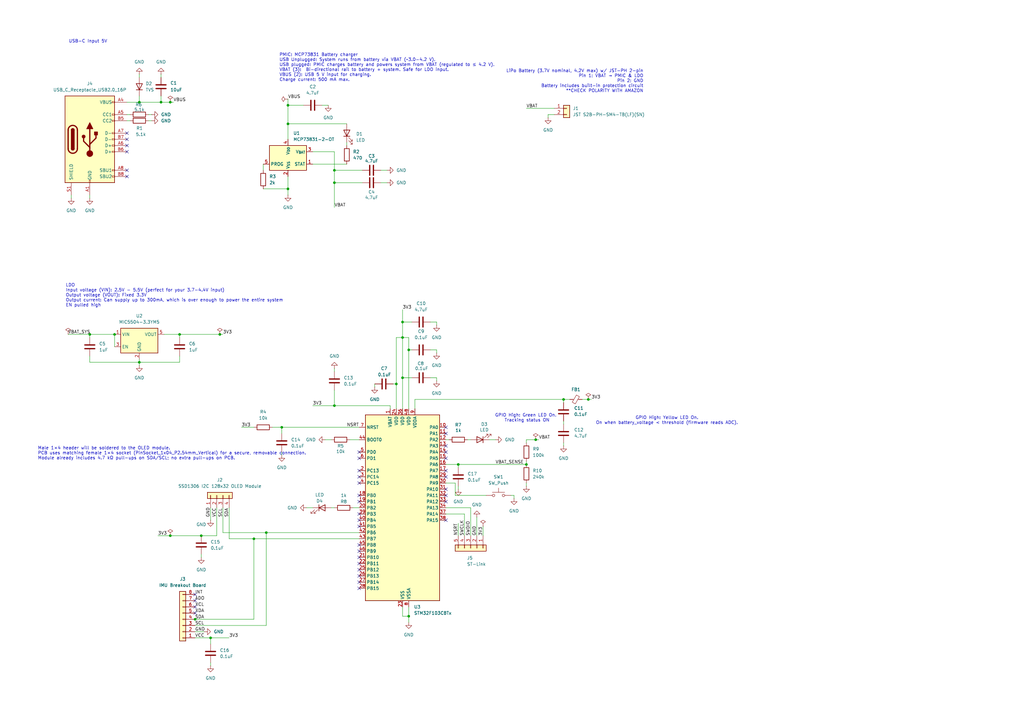
<source format=kicad_sch>
(kicad_sch (version 20250114) (generator "eeschema") (generator_version "9.0")
  (paper "A3")
  (lib_symbols
    (symbol "Battery_Management:MCP73831-2-OT"
      (property "Reference" "U" (at -7.62 6.35 0))
      (property "Value" "MCP73831-2-OT" (at 1.27 6.35 0))
      (symbol "MCP73831-2-OT_1_1"
        (pin input line (at -10.16 -2.54 0) (length 2.54) (name "PROG") (number "5"))
        (pin power_in line (at 0 7.62 270) (length 2.54) (name "V_{DD}") (number "4"))
        (pin power_in line (at 0 -7.62 90) (length 2.54) (name "V_{SS}") (number "2"))
        (pin power_out line (at 10.16 2.54 180) (length 2.54) (name "V_{BAT}") (number "3"))
        (pin tri_state line (at 10.16 -2.54 180) (length 2.54) (name "STAT") (number "1"))
      )
    )
    (symbol "Connector:USB_C_Receptacle_USB2.0_16P" (pin_names (offset 1.016))
      (property "Reference" "J" (at 0 22.225 0))
      (property "Value" "USB_C_Receptacle_USB2.0_16P" (at 0 19.685 0))
      (symbol "USB_C_Receptacle_USB2.0_16P_1_1"
        (pin passive line (at -7.62 -22.86 90) (length 5.08) (name "SHIELD") (number "S1"))
        (pin passive line (at 0 -22.86 90) (length 5.08) (name "GND") (number "A1"))
        (pin passive line (at 0 -22.86 90) (length 5.08) (hide yes) (name "GND") (number "A12"))
        (pin passive line (at 0 -22.86 90) (length 5.08) (hide yes) (name "GND") (number "B1"))
        (pin passive line (at 0 -22.86 90) (length 5.08) (hide yes) (name "GND") (number "B12"))
        (pin passive line (at 15.24 15.24 180) (length 5.08) (name "VBUS") (number "A4"))
        (pin passive line (at 15.24 15.24 180) (length 5.08) (hide yes) (name "VBUS") (number "A9"))
        (pin passive line (at 15.24 15.24 180) (length 5.08) (hide yes) (name "VBUS") (number "B4"))
        (pin passive line (at 15.24 15.24 180) (length 5.08) (hide yes) (name "VBUS") (number "B9"))
        (pin bidirectional line (at 15.24 10.16 180) (length 5.08) (name "CC1") (number "A5"))
        (pin bidirectional line (at 15.24 7.62 180) (length 5.08) (name "CC2") (number "B5"))
        (pin bidirectional line (at 15.24 2.54 180) (length 5.08) (name "D-") (number "A7"))
        (pin bidirectional line (at 15.24 0 180) (length 5.08) (name "D-") (number "B7"))
        (pin bidirectional line (at 15.24 -2.54 180) (length 5.08) (name "D+") (number "A6"))
        (pin bidirectional line (at 15.24 -5.08 180) (length 5.08) (name "D+") (number "B6"))
        (pin bidirectional line (at 15.24 -12.7 180) (length 5.08) (name "SBU1") (number "A8"))
        (pin bidirectional line (at 15.24 -15.24 180) (length 5.08) (name "SBU2") (number "B8"))
      )
    )
    (symbol "Connector_Generic:Conn_01x02" (pin_names (offset 1.016) (hide yes))
      (property "Reference" "J" (at 0 2.54 0))
      (property "Value" "Conn_01x02" (at 0 -5.08 0))
      (symbol "Conn_01x02_1_1"
        (pin passive line (at -5.08 0 0) (length 3.81) (name "Pin_1") (number "1"))
        (pin passive line (at -5.08 -2.54 0) (length 3.81) (name "Pin_2") (number "2"))
      )
    )
    (symbol "Connector_Generic:Conn_01x04" (pin_names (offset 1.016) (hide yes))
      (property "Reference" "J" (at 0 5.08 0))
      (property "Value" "Conn_01x04" (at 0 -7.62 0))
      (symbol "Conn_01x04_1_1"
        (pin passive line (at -5.08 2.54 0) (length 3.81) (name "Pin_1") (number "1"))
        (pin passive line (at -5.08 0 0) (length 3.81) (name "Pin_2") (number "2"))
        (pin passive line (at -5.08 -2.54 0) (length 3.81) (name "Pin_3") (number "3"))
        (pin passive line (at -5.08 -5.08 0) (length 3.81) (name "Pin_4") (number "4"))
      )
    )
    (symbol "Connector_Generic:Conn_01x05" (pin_names (offset 1.016) (hide yes))
      (property "Reference" "J" (at 0 7.62 0))
      (property "Value" "Conn_01x05" (at 0 -7.62 0))
      (symbol "Conn_01x05_1_1"
        (pin passive line (at -5.08 5.08 0) (length 3.81) (name "Pin_1") (number "1"))
        (pin passive line (at -5.08 2.54 0) (length 3.81) (name "Pin_2") (number "2"))
        (pin passive line (at -5.08 0 0) (length 3.81) (name "Pin_3") (number "3"))
        (pin passive line (at -5.08 -2.54 0) (length 3.81) (name "Pin_4") (number "4"))
        (pin passive line (at -5.08 -5.08 0) (length 3.81) (name "Pin_5") (number "5"))
      )
    )
    (symbol "Connector_Generic:Conn_01x08" (pin_names (offset 1.016) (hide yes))
      (property "Reference" "J" (at 0 10.16 0))
      (property "Value" "Conn_01x08" (at 0 -12.7 0))
      (symbol "Conn_01x08_1_1"
        (pin passive line (at -5.08 7.62 0) (length 3.81) (name "Pin_1") (number "1"))
        (pin passive line (at -5.08 5.08 0) (length 3.81) (name "Pin_2") (number "2"))
        (pin passive line (at -5.08 2.54 0) (length 3.81) (name "Pin_3") (number "3"))
        (pin passive line (at -5.08 0 0) (length 3.81) (name "Pin_4") (number "4"))
        (pin passive line (at -5.08 -2.54 0) (length 3.81) (name "Pin_5") (number "5"))
        (pin passive line (at -5.08 -5.08 0) (length 3.81) (name "Pin_6") (number "6"))
        (pin passive line (at -5.08 -7.62 0) (length 3.81) (name "Pin_7") (number "7"))
        (pin passive line (at -5.08 -10.16 0) (length 3.81) (name "Pin_8") (number "8"))
      )
    )
    (symbol "Device:C" (pin_numbers (hide yes)) (pin_names (offset 0.254))
      (property "Reference" "C" (at 0.635 2.54 0))
      (property "Value" "C" (at 0.635 -2.54 0))
      (symbol "C_1_1"
        (pin passive line (at 0 3.81 270) (length 2.794) (name "~") (number "1"))
        (pin passive line (at 0 -3.81 90) (length 2.794) (name "~") (number "2"))
      )
    )
    (symbol "Device:D" (pin_numbers (hide yes)) (pin_names (offset 1.016) (hide yes))
      (property "Reference" "D" (at 0 2.54 0))
      (property "Value" "D" (at 0 -2.54 0))
      (symbol "D_1_1"
        (pin passive line (at -3.81 0 0) (length 2.54) (name "K") (number "1"))
        (pin passive line (at 3.81 0 180) (length 2.54) (name "A") (number "2"))
      )
    )
    (symbol "Device:FerriteBead_Small" (pin_numbers (hide yes)) (pin_names (offset 0))
      (property "Reference" "FB" (at 1.905 1.27 0))
      (property "Value" "FerriteBead_Small" (at 1.905 -1.27 0))
      (symbol "FerriteBead_Small_1_1"
        (pin passive line (at 0 2.54 270) (length 1.27) (name "~") (number "1"))
        (pin passive line (at 0 -2.54 90) (length 1.27) (name "~") (number "2"))
      )
    )
    (symbol "Device:LED" (pin_numbers (hide yes)) (pin_names (offset 1.016) (hide yes))
      (property "Reference" "D" (at 0 2.54 0))
      (property "Value" "LED" (at 0 -2.54 0))
      (symbol "LED_1_1"
        (pin passive line (at -3.81 0 0) (length 2.54) (name "K") (number "1"))
        (pin passive line (at 3.81 0 180) (length 2.54) (name "A") (number "2"))
      )
    )
    (symbol "Device:R" (pin_numbers (hide yes)) (pin_names (offset 0))
      (property "Reference" "R" (at 2.032 0 90))
      (property "Value" "R" (at 0 0 90))
      (symbol "R_1_1"
        (pin passive line (at 0 3.81 270) (length 1.27) (name "~") (number "1"))
        (pin passive line (at 0 -3.81 90) (length 1.27) (name "~") (number "2"))
      )
    )
    (symbol "MCU_ST_STM32F1:STM32F103C8Tx"
      (property "Reference" "U" (at -15.24 39.37 0))
      (property "Value" "STM32F103C8Tx" (at 7.62 39.37 0))
      (symbol "STM32F103C8Tx_1_1"
        (pin input line (at -17.78 33.02 0) (length 2.54) (name "NRST") (number "7"))
        (pin input line (at -17.78 27.94 0) (length 2.54) (name "BOOT0") (number "44"))
        (pin bidirectional line (at -17.78 22.86 0) (length 2.54) (name "PD0") (number "5"))
        (pin bidirectional line (at -17.78 20.32 0) (length 2.54) (name "PD1") (number "6"))
        (pin bidirectional line (at -17.78 15.24 0) (length 2.54) (name "PC13") (number "2"))
        (pin bidirectional line (at -17.78 12.7 0) (length 2.54) (name "PC14") (number "3"))
        (pin bidirectional line (at -17.78 10.16 0) (length 2.54) (name "PC15") (number "4"))
        (pin bidirectional line (at -17.78 5.08 0) (length 2.54) (name "PB0") (number "18"))
        (pin bidirectional line (at -17.78 2.54 0) (length 2.54) (name "PB1") (number "19"))
        (pin bidirectional line (at -17.78 0 0) (length 2.54) (name "PB2") (number "20"))
        (pin bidirectional line (at -17.78 -2.54 0) (length 2.54) (name "PB3") (number "39"))
        (pin bidirectional line (at -17.78 -5.08 0) (length 2.54) (name "PB4") (number "40"))
        (pin bidirectional line (at -17.78 -7.62 0) (length 2.54) (name "PB5") (number "41"))
        (pin bidirectional line (at -17.78 -10.16 0) (length 2.54) (name "PB6") (number "42"))
        (pin bidirectional line (at -17.78 -12.7 0) (length 2.54) (name "PB7") (number "43"))
        (pin bidirectional line (at -17.78 -15.24 0) (length 2.54) (name "PB8") (number "45"))
        (pin bidirectional line (at -17.78 -17.78 0) (length 2.54) (name "PB9") (number "46"))
        (pin bidirectional line (at -17.78 -20.32 0) (length 2.54) (name "PB10") (number "21"))
        (pin bidirectional line (at -17.78 -22.86 0) (length 2.54) (name "PB11") (number "22"))
        (pin bidirectional line (at -17.78 -25.4 0) (length 2.54) (name "PB12") (number "25"))
        (pin bidirectional line (at -17.78 -27.94 0) (length 2.54) (name "PB13") (number "26"))
        (pin bidirectional line (at -17.78 -30.48 0) (length 2.54) (name "PB14") (number "27"))
        (pin bidirectional line (at -17.78 -33.02 0) (length 2.54) (name "PB15") (number "28"))
        (pin power_in line (at -5.08 40.64 270) (length 2.54) (name "VBAT") (number "1"))
        (pin power_in line (at -2.54 40.64 270) (length 2.54) (name "VDD") (number "24"))
        (pin power_in line (at 0 40.64 270) (length 2.54) (name "VDD") (number "36"))
        (pin power_in line (at 0 -40.64 90) (length 2.54) (name "VSS") (number "23"))
        (pin passive line (at 0 -40.64 90) (length 2.54) (hide yes) (name "VSS") (number "35"))
        (pin passive line (at 0 -40.64 90) (length 2.54) (hide yes) (name "VSS") (number "47"))
        (pin power_in line (at 2.54 40.64 270) (length 2.54) (name "VDD") (number "48"))
        (pin power_in line (at 2.54 -40.64 90) (length 2.54) (name "VSSA") (number "8"))
        (pin power_in line (at 5.08 40.64 270) (length 2.54) (name "VDDA") (number "9"))
        (pin bidirectional line (at 17.78 33.02 180) (length 2.54) (name "PA0") (number "10"))
        (pin bidirectional line (at 17.78 30.48 180) (length 2.54) (name "PA1") (number "11"))
        (pin bidirectional line (at 17.78 27.94 180) (length 2.54) (name "PA2") (number "12"))
        (pin bidirectional line (at 17.78 25.4 180) (length 2.54) (name "PA3") (number "13"))
        (pin bidirectional line (at 17.78 22.86 180) (length 2.54) (name "PA4") (number "14"))
        (pin bidirectional line (at 17.78 20.32 180) (length 2.54) (name "PA5") (number "15"))
        (pin bidirectional line (at 17.78 17.78 180) (length 2.54) (name "PA6") (number "16"))
        (pin bidirectional line (at 17.78 15.24 180) (length 2.54) (name "PA7") (number "17"))
        (pin bidirectional line (at 17.78 12.7 180) (length 2.54) (name "PA8") (number "29"))
        (pin bidirectional line (at 17.78 10.16 180) (length 2.54) (name "PA9") (number "30"))
        (pin bidirectional line (at 17.78 7.62 180) (length 2.54) (name "PA10") (number "31"))
        (pin bidirectional line (at 17.78 5.08 180) (length 2.54) (name "PA11") (number "32"))
        (pin bidirectional line (at 17.78 2.54 180) (length 2.54) (name "PA12") (number "33"))
        (pin bidirectional line (at 17.78 0 180) (length 2.54) (name "PA13") (number "34"))
        (pin bidirectional line (at 17.78 -2.54 180) (length 2.54) (name "PA14") (number "37"))
        (pin bidirectional line (at 17.78 -5.08 180) (length 2.54) (name "PA15") (number "38"))
      )
    )
    (symbol "Regulator_Linear:MIC5504-3.3YM5"
      (property "Reference" "U" (at -7.62 8.89 0))
      (property "Value" "MIC5504-3.3YM5" (at -7.62 6.35 0))
      (symbol "MIC5504-3.3YM5_1_1"
        (pin power_in line (at -10.16 2.54 0) (length 2.54) (name "VIN") (number "1"))
        (pin input line (at -10.16 -2.54 0) (length 2.54) (name "EN") (number "3"))
        (pin power_in line (at 0 -7.62 90) (length 2.54) (name "GND") (number "2"))
        (pin no_connect line (at 7.62 -2.54 180) (length 2.54) (hide yes) (name "NC") (number "4"))
        (pin power_out line (at 10.16 2.54 180) (length 2.54) (name "VOUT") (number "5"))
      )
    )
    (symbol "Switch:SW_Push" (pin_numbers (hide yes)) (pin_names (offset 1.016) (hide yes))
      (property "Reference" "SW" (at 1.27 2.54 0))
      (property "Value" "SW_Push" (at 0 -1.524 0))
      (symbol "SW_Push_0_1"
        (pin passive line (at -5.08 0 0) (length 2.54) (name "1") (number "1"))
        (pin passive line (at 5.08 0 180) (length 2.54) (name "2") (number "2"))
      )
    )
    (symbol "power:GND" (power) (pin_numbers (hide yes)) (pin_names (offset 0) (hide yes))
      (property "Value" "GND" (at 0 -3.81 0))
      (symbol "GND_1_1"
        (pin power_in line (at 0 0 270) (length 0) (name "~") (number "1"))
      )
    )
    (symbol "power:PWR_FLAG" (power) (pin_numbers (hide yes)) (pin_names (offset 0) (hide yes))
      (property "Value" "PWR_FLAG" (at 0 3.81 0))
      (symbol "PWR_FLAG_0_0"
        (pin power_out line (at 0 0 90) (length 0) (name "~") (number "1"))
      )
    )
  )
  (text "PMIC: MCP73831 Battery charger\nUSB Unplugged: System runs from battery via VBAT (~3.0-4.2 V).\nUSB plugged: PMIC charges battery and powers system from VBAT (regulated to ≤ 4.2 V).\nVBAT (3):  Bi-directional rail to battery + system. Safe for LDO input.\nVBUS (2): USB 5 V input for charging.\nCharge current: 500 mA max." (at 114.554 27.686 0) (effects (font (size 1.27 1.27)) (justify left)))
  (text "LiPo Battery (3.7V nominal, 4.2V max) w/ JST-PH 2-pin\nPin 1: VBAT → PMIC & LDO\nPin 2: GND\nBattery includes built-in protection circuit\n**CHECK POLARITY WITH AMAZON" (at 263.906 33.274 0) (effects (font (size 1.27 1.27)) (justify right)))
  (text "USB-C Input 5V \n\n" (at 36.576 18.034 0) (effects (font (size 1.27 1.27))))
  (text "LDO\nInput voltage (VIN): 2.5V - 5.5V (perfect for your 3.7-4.4V input)\nOutput voltage (VOUT): Fixed 3.3V\nOutput current: Can supply up to 300mA, which is over enough to power the entire system\nEN pulled high\n" (at 26.924 121.158 0) (effects (font (size 1.27 1.27)) (justify left)))
  (text "GPIO High: Green LED On. \nTracking status ON" (at 216.154 171.45 0) (effects (font (size 1.27 1.27))))
  (text "Male 1×4 header will be soldered to the OLED module.\nPCB uses matching female 1×4 socket (PinSocket_1x04_P2.54mm_Vertical) for a secure, removable connection.\nModule already includes 4.7 kΩ pull-ups on SDA/SCL; no extra pull-ups on PCB." (at 15.494 185.928 0) (effects (font (size 1.27 1.27)) (justify left)))
  (text "GPIO High: Yellow LED On.\nOn when battery_voltage < threshold (firmware reads ADC).\n\n" (at 273.558 173.482 0) (effects (font (size 1.27 1.27))))
  (junction (at 36.83 137.16))
  (junction (at 69.85 219.71))
  (junction (at 219.71 180.34))
  (junction (at 187.96 190.5))
  (junction (at 86.36 261.62))
  (junction (at 165.1 132.08))
  (junction (at 115.57 175.26))
  (junction (at 241.3 163.83))
  (junction (at 82.55 219.71))
  (junction (at 118.11 77.47))
  (junction (at 165.1 138.43))
  (junction (at 137.16 166.37))
  (junction (at 90.17 137.16))
  (junction (at 137.16 69.85))
  (junction (at 215.9 190.5))
  (junction (at 46.99 137.16))
  (junction (at 69.85 41.91))
  (junction (at 57.15 148.59))
  (junction (at 167.64 252.73))
  (junction (at 162.56 157.48))
  (junction (at 104.14 220.98))
  (junction (at 109.22 218.44))
  (junction (at 80.01 254))
  (junction (at 66.04 41.91))
  (junction (at 57.15 41.91))
  (junction (at 118.11 43.18))
  (junction (at 73.66 137.16))
  (junction (at 167.64 143.51))
  (junction (at 137.16 74.93))
  (junction (at 118.11 50.8))
  (junction (at 165.1 154.94))
  (junction (at 231.14 163.83))
  (no_connect (at 182.88 182.88))
  (no_connect (at 182.88 175.26))
  (no_connect (at 80.01 246.38))
  (no_connect (at 147.32 231.14))
  (no_connect (at 147.32 185.42))
  (no_connect (at 52.07 57.15))
  (no_connect (at 147.32 228.6))
  (no_connect (at 182.88 203.2))
  (no_connect (at 182.88 200.66))
  (no_connect (at 52.07 62.23))
  (no_connect (at 147.32 226.06))
  (no_connect (at 147.32 195.58))
  (no_connect (at 147.32 241.3))
  (no_connect (at 182.88 213.36))
  (no_connect (at 52.07 72.39))
  (no_connect (at 147.32 210.82))
  (no_connect (at 182.88 185.42))
  (no_connect (at 147.32 223.52))
  (no_connect (at 182.88 195.58))
  (no_connect (at 147.32 236.22))
  (no_connect (at 147.32 213.36))
  (no_connect (at 80.01 243.84))
  (no_connect (at 147.32 203.2))
  (no_connect (at 147.32 193.04))
  (no_connect (at 182.88 205.74))
  (no_connect (at 182.88 177.8))
  (no_connect (at 147.32 233.68))
  (no_connect (at 147.32 215.9))
  (no_connect (at 80.01 251.46))
  (no_connect (at 52.07 59.69))
  (no_connect (at 147.32 187.96))
  (no_connect (at 147.32 198.12))
  (no_connect (at 80.01 248.92))
  (no_connect (at 147.32 238.76))
  (no_connect (at 52.07 54.61))
  (no_connect (at 147.32 205.74))
  (no_connect (at 182.88 193.04))
  (no_connect (at 52.07 69.85))
  (no_connect (at 182.88 187.96))
  (wire (pts (xy 107.95 77.47) (xy 118.11 77.47)))
  (wire (pts (xy 179.07 132.08) (xy 179.07 133.35)))
  (wire (pts (xy 86.36 261.62) (xy 93.98 261.62)))
  (wire (pts (xy 29.21 80.01) (xy 29.21 81.28)))
  (wire (pts (xy 176.53 132.08) (xy 179.07 132.08)))
  (wire (pts (xy 144.78 208.28) (xy 147.32 208.28)))
  (wire (pts (xy 69.85 41.91) (xy 71.12 41.91)))
  (wire (pts (xy 80.01 259.08) (xy 83.82 259.08)))
  (wire (pts (xy 170.18 163.83) (xy 170.18 167.64)))
  (wire (pts (xy 231.14 163.83) (xy 233.68 163.83)))
  (wire (pts (xy 88.9 208.28) (xy 88.9 219.71)))
  (wire (pts (xy 137.16 74.93) (xy 148.59 74.93)))
  (wire (pts (xy 78.74 254) (xy 80.01 254)))
  (wire (pts (xy 176.53 154.94) (xy 179.07 154.94)))
  (wire (pts (xy 52.07 46.99) (xy 53.34 46.99)))
  (wire (pts (xy 219.71 180.34) (xy 215.9 180.34)))
  (wire (pts (xy 86.36 261.62) (xy 86.36 264.16)))
  (wire (pts (xy 66.04 41.91) (xy 69.85 41.91)))
  (wire (pts (xy 165.1 138.43) (xy 162.56 138.43)))
  (wire (pts (xy 109.22 256.54) (xy 109.22 218.44)))
  (wire (pts (xy 118.11 72.39) (xy 118.11 77.47)))
  (wire (pts (xy 182.88 190.5) (xy 187.96 190.5)))
  (wire (pts (xy 165.1 252.73) (xy 167.64 252.73)))
  (wire (pts (xy 109.22 218.44) (xy 147.32 218.44)))
  (wire (pts (xy 91.44 208.28) (xy 91.44 218.44)))
  (wire (pts (xy 104.14 254) (xy 104.14 220.98)))
  (wire (pts (xy 111.76 175.26) (xy 115.57 175.26)))
  (wire (pts (xy 165.1 132.08) (xy 168.91 132.08)))
  (wire (pts (xy 187.96 214.63) (xy 187.96 219.71)))
  (wire (pts (xy 162.56 138.43) (xy 162.56 157.48)))
  (wire (pts (xy 187.96 190.5) (xy 187.96 191.77)))
  (wire (pts (xy 215.9 189.23) (xy 215.9 190.5)))
  (wire (pts (xy 167.64 248.92) (xy 167.64 252.73)))
  (wire (pts (xy 27.94 137.16) (xy 36.83 137.16)))
  (wire (pts (xy 170.18 163.83) (xy 231.14 163.83)))
  (wire (pts (xy 186.69 203.2) (xy 186.69 198.12)))
  (wire (pts (xy 64.77 219.71) (xy 69.85 219.71)))
  (wire (pts (xy 224.79 46.99) (xy 224.79 48.26)))
  (wire (pts (xy 82.55 219.71) (xy 88.9 219.71)))
  (wire (pts (xy 132.08 43.18) (xy 134.62 43.18)))
  (wire (pts (xy 118.11 50.8) (xy 118.11 57.15)))
  (wire (pts (xy 128.27 166.37) (xy 137.16 166.37)))
  (wire (pts (xy 137.16 69.85) (xy 137.16 74.93)))
  (wire (pts (xy 46.99 137.16) (xy 46.99 142.24)))
  (wire (pts (xy 36.83 137.16) (xy 46.99 137.16)))
  (wire (pts (xy 191.77 180.34) (xy 193.04 180.34)))
  (wire (pts (xy 73.66 148.59) (xy 57.15 148.59)))
  (wire (pts (xy 137.16 208.28) (xy 135.89 208.28)))
  (wire (pts (xy 137.16 74.93) (xy 137.16 85.09)))
  (wire (pts (xy 67.31 137.16) (xy 73.66 137.16)))
  (wire (pts (xy 80.01 254) (xy 104.14 254)))
  (wire (pts (xy 186.69 198.12) (xy 182.88 198.12)))
  (wire (pts (xy 179.07 154.94) (xy 179.07 156.21)))
  (wire (pts (xy 118.11 43.18) (xy 124.46 43.18)))
  (wire (pts (xy 128.27 62.23) (xy 137.16 62.23)))
  (wire (pts (xy 90.17 137.16) (xy 91.44 137.16)))
  (wire (pts (xy 227.33 46.99) (xy 224.79 46.99)))
  (wire (pts (xy 162.56 157.48) (xy 162.56 167.64)))
  (wire (pts (xy 118.11 43.18) (xy 118.11 50.8)))
  (wire (pts (xy 165.1 154.94) (xy 165.1 167.64)))
  (wire (pts (xy 167.64 138.43) (xy 167.64 143.51)))
  (wire (pts (xy 165.1 138.43) (xy 165.1 154.94)))
  (wire (pts (xy 57.15 41.91) (xy 66.04 41.91)))
  (wire (pts (xy 137.16 69.85) (xy 148.59 69.85)))
  (wire (pts (xy 115.57 175.26) (xy 147.32 175.26)))
  (wire (pts (xy 193.04 219.71) (xy 193.04 208.28)))
  (wire (pts (xy 187.96 190.5) (xy 215.9 190.5)))
  (wire (pts (xy 118.11 40.64) (xy 118.11 43.18)))
  (wire (pts (xy 167.64 143.51) (xy 168.91 143.51)))
  (wire (pts (xy 57.15 147.32) (xy 57.15 148.59)))
  (wire (pts (xy 57.15 39.37) (xy 57.15 41.91)))
  (wire (pts (xy 187.96 199.39) (xy 187.96 200.66)))
  (wire (pts (xy 190.5 210.82) (xy 182.88 210.82)))
  (wire (pts (xy 118.11 77.47) (xy 118.11 80.01)))
  (wire (pts (xy 182.88 180.34) (xy 184.15 180.34)))
  (wire (pts (xy 142.24 58.42) (xy 142.24 59.69)))
  (wire (pts (xy 57.15 148.59) (xy 57.15 149.86)))
  (wire (pts (xy 52.07 41.91) (xy 57.15 41.91)))
  (wire (pts (xy 36.83 146.05) (xy 36.83 148.59)))
  (wire (pts (xy 66.04 39.37) (xy 66.04 41.91)))
  (wire (pts (xy 165.1 132.08) (xy 165.1 138.43)))
  (wire (pts (xy 137.16 166.37) (xy 160.02 166.37)))
  (wire (pts (xy 52.07 49.53) (xy 53.34 49.53)))
  (wire (pts (xy 165.1 154.94) (xy 168.91 154.94)))
  (wire (pts (xy 238.76 163.83) (xy 241.3 163.83)))
  (wire (pts (xy 241.3 163.83) (xy 242.57 163.83)))
  (wire (pts (xy 57.15 30.48) (xy 57.15 31.75)))
  (wire (pts (xy 118.11 50.8) (xy 142.24 50.8)))
  (wire (pts (xy 109.22 218.44) (xy 91.44 218.44)))
  (wire (pts (xy 60.96 46.99) (xy 62.23 46.99)))
  (wire (pts (xy 200.66 180.34) (xy 203.2 180.34)))
  (wire (pts (xy 104.14 220.98) (xy 147.32 220.98)))
  (wire (pts (xy 36.83 148.59) (xy 57.15 148.59)))
  (wire (pts (xy 80.01 261.62) (xy 86.36 261.62)))
  (wire (pts (xy 153.67 157.48) (xy 153.67 158.75)))
  (wire (pts (xy 176.53 143.51) (xy 179.07 143.51)))
  (wire (pts (xy 115.57 185.42) (xy 115.57 186.69)))
  (wire (pts (xy 82.55 227.33) (xy 82.55 228.6)))
  (wire (pts (xy 86.36 271.78) (xy 86.36 273.05)))
  (wire (pts (xy 162.56 157.48) (xy 161.29 157.48)))
  (wire (pts (xy 73.66 146.05) (xy 73.66 148.59)))
  (wire (pts (xy 231.14 173.99) (xy 231.14 172.72)))
  (wire (pts (xy 128.27 67.31) (xy 142.24 67.31)))
  (wire (pts (xy 231.14 181.61) (xy 231.14 182.88)))
  (wire (pts (xy 133.35 180.34) (xy 135.89 180.34)))
  (wire (pts (xy 231.14 163.83) (xy 231.14 165.1)))
  (wire (pts (xy 86.36 208.28) (xy 86.36 213.36)))
  (wire (pts (xy 80.01 256.54) (xy 109.22 256.54)))
  (wire (pts (xy 198.12 215.9) (xy 198.12 219.71)))
  (wire (pts (xy 210.82 203.2) (xy 210.82 204.47)))
  (wire (pts (xy 186.69 203.2) (xy 199.39 203.2)))
  (wire (pts (xy 137.16 160.02) (xy 137.16 166.37)))
  (wire (pts (xy 190.5 219.71) (xy 190.5 210.82)))
  (wire (pts (xy 36.83 80.01) (xy 36.83 81.28)))
  (wire (pts (xy 93.98 208.28) (xy 93.98 220.98)))
  (wire (pts (xy 73.66 137.16) (xy 73.66 138.43)))
  (wire (pts (xy 137.16 62.23) (xy 137.16 69.85)))
  (wire (pts (xy 165.1 248.92) (xy 165.1 252.73)))
  (wire (pts (xy 167.64 143.51) (xy 167.64 167.64)))
  (wire (pts (xy 156.21 74.93) (xy 158.75 74.93)))
  (wire (pts (xy 167.64 252.73) (xy 167.64 255.27)))
  (wire (pts (xy 220.98 180.34) (xy 219.71 180.34)))
  (wire (pts (xy 66.04 30.48) (xy 66.04 31.75)))
  (wire (pts (xy 147.32 180.34) (xy 143.51 180.34)))
  (wire (pts (xy 165.1 138.43) (xy 167.64 138.43)))
  (wire (pts (xy 160.02 167.64) (xy 160.02 166.37)))
  (wire (pts (xy 165.1 127) (xy 165.1 132.08)))
  (wire (pts (xy 107.95 67.31) (xy 107.95 69.85)))
  (wire (pts (xy 99.06 175.26) (xy 104.14 175.26)))
  (wire (pts (xy 215.9 198.12) (xy 215.9 199.39)))
  (wire (pts (xy 36.83 137.16) (xy 36.83 138.43)))
  (wire (pts (xy 115.57 175.26) (xy 115.57 177.8)))
  (wire (pts (xy 179.07 143.51) (xy 179.07 144.78)))
  (wire (pts (xy 195.58 212.09) (xy 195.58 219.71)))
  (wire (pts (xy 156.21 69.85) (xy 158.75 69.85)))
  (wire (pts (xy 128.27 208.28) (xy 125.73 208.28)))
  (wire (pts (xy 60.96 49.53) (xy 62.23 49.53)))
  (wire (pts (xy 69.85 219.71) (xy 82.55 219.71)))
  (wire (pts (xy 137.16 151.13) (xy 137.16 152.4)))
  (wire (pts (xy 209.55 203.2) (xy 210.82 203.2)))
  (wire (pts (xy 93.98 220.98) (xy 104.14 220.98)))
  (wire (pts (xy 193.04 208.28) (xy 182.88 208.28)))
  (wire (pts (xy 215.9 180.34) (xy 215.9 181.61)))
  (wire (pts (xy 215.9 44.45) (xy 227.33 44.45)))
  (wire (pts (xy 73.66 137.16) (xy 90.17 137.16)))
  (label "VBAT_SYS" (at 27.94 137.16 0))
  (label "INT" (at 80.01 243.84 0))
  (label "GND" (at 80.01 259.08 0))
  (label "3V3" (at 93.98 261.62 0))
  (label "VBUS" (at 71.12 41.91 0))
  (label "3V3" (at 64.77 219.71 0))
  (label "VBAT_SENSE" (at 203.2 190.5 0))
  (label "SCL" (at 91.44 212.09 90))
  (label "SCL" (at 80.01 256.54 0))
  (label "VCC" (at 80.01 261.62 0))
  (label "XDA" (at 80.01 251.46 0))
  (label "3V3" (at 99.06 175.26 0))
  (label "SWCLK" (at 190.5 219.71 90))
  (label "VBAT" (at 215.9 44.45 0))
  (label "3V3" (at 128.27 166.37 0))
  (label "VCC" (at 88.9 212.09 90))
  (label "VBUS" (at 118.11 40.64 0))
  (label "VBAT" (at 220.98 180.34 0))
  (label "3V3" (at 242.57 163.83 0))
  (label "ADO" (at 80.01 246.38 0))
  (label "GND" (at 86.36 212.09 90))
  (label "SDA" (at 80.01 254 0))
  (label "SWDIO" (at 193.04 219.71 90))
  (label "NSRT" (at 187.96 214.63 270))
  (label "SDA" (at 93.98 212.09 90))
  (label "3V3" (at 198.12 219.71 90))
  (label "3V3" (at 91.44 137.16 0))
  (label "3V3" (at 165.1 127 0))
  (label "GND" (at 195.58 219.71 90))
  (label "VBAT" (at 137.16 85.09 0))
  (label "NSRT" (at 142.24 175.26 0))
  (label "XCL" (at 80.01 248.92 0))
  (symbol (lib_id "power:GND") (at 179.07 133.35 0) (unit 1)
    (property "Reference" "#PWR011" (effects (hide yes)))
    (property "Value" "GND" (at 179.07 138.43 0))
    (property "Description" "Power symbol creates a global label with name \"GND\" , ground" (effects (hide yes)))
  )
  (symbol (lib_id "power:GND") (at 133.35 180.34 270) (unit 1)
    (property "Reference" "#PWR018" (effects (hide yes)))
    (property "Value" "GND" (at 129.54 180.3399 90) (effects (justify right)))
    (property "Description" "Power symbol creates a global label with name \"GND\" , ground" (effects (hide yes)))
  )
  (symbol (lib_id "Device:LED") (at 132.08 208.28 0) (unit 1)
    (property "Reference" "D4" (at 131.064 205.486 0))
    (property "Value" "LED" (at 131.064 202.946 0))
    (property "Footprint" "LED_SMD:LED_0603_1608Metric_Pad1.05x0.95mm_HandSolder" (effects (hide yes)))
    (property "Description" "Light emitting diode" (effects (hide yes)))
    (property "Sim.Pins" "1=K 2=A" (effects (hide yes)))
  )
  (symbol (lib_id "Device:C") (at 172.72 154.94 270) (unit 1)
    (property "Reference" "C8" (at 171.196 149.098 90) (effects (justify left)))
    (property "Value" "0.1uF" (at 170.18 151.13 90) (effects (justify left)))
    (property "Footprint" "Capacitor_SMD:C_0603_1608Metric_Pad1.08x0.95mm_HandSolder" (effects (hide yes)))
    (property "Description" "Unpolarized capacitor" (effects (hide yes)))
  )
  (symbol (lib_id "power:GND") (at 125.73 208.28 270) (unit 1)
    (property "Reference" "#PWR028" (effects (hide yes)))
    (property "Value" "GND" (at 121.92 208.2801 90) (effects (justify right)))
    (property "Description" "Power symbol creates a global label with name \"GND\" , ground" (effects (hide yes)))
  )
  (symbol (lib_id "power:GND") (at 29.21 81.28 0) (unit 1)
    (property "Reference" "#PWR03" (effects (hide yes)))
    (property "Value" "GND" (at 29.21 86.36 0))
    (property "Description" "Power symbol creates a global label with name \"GND\" , ground" (effects (hide yes)))
  )
  (symbol (lib_id "Device:FerriteBead_Small") (at 236.22 163.83 90) (unit 1)
    (property "Reference" "FB1" (at 236.22 159.766 90))
    (property "Value" "FerriteBead_Small" (effects (hide yes)))
    (property "Footprint" "Resistor_SMD:R_0603_1608Metric" (effects (hide yes)))
    (property "Description" "Ferrite bead, small symbol" (effects (hide yes)))
  )
  (symbol (lib_id "power:GND") (at 158.75 69.85 90) (unit 1)
    (property "Reference" "#PWR07" (effects (hide yes)))
    (property "Value" "GND" (at 162.56 69.8499 90) (effects (justify right)))
    (property "Description" "Power symbol creates a global label with name \"GND\" , ground" (effects (hide yes)))
  )
  (symbol (lib_id "power:GND") (at 36.83 81.28 0) (unit 1)
    (property "Reference" "#PWR01" (effects (hide yes)))
    (property "Value" "GND" (at 36.83 86.36 0))
    (property "Description" "Power symbol creates a global label with name \"GND\" , ground" (effects (hide yes)))
  )
  (symbol (lib_id "power:PWR_FLAG") (at 90.17 137.16 0) (unit 1)
    (property "Reference" "#FLG03" (effects (hide yes)))
    (property "Value" "PWR_FLAG" (effects (hide yes)))
    (property "Description" "Special symbol for telling ERC where power comes from" (effects (hide yes)))
  )
  (symbol (lib_id "Connector_Generic:Conn_01x02") (at 232.41 44.45 0) (unit 1)
    (property "Reference" "J1" (at 234.95 44.4499 0) (effects (justify left)))
    (property "Value" "JST S2B-PH-SM4-TB(LF)(SN)" (at 234.95 46.9899 0) (effects (justify left)))
    (property "Footprint" "Connector_JST:JST_PH_S2B-PH-SM4-TB_1x02-1MP_P2.00mm_Horizontal" (effects (hide yes)))
    (property "Datasheet" "https://www.amazon.ca/EEMB-Battery-Rechargeable-Connector-Certified/dp/B095VVWTSH/ref=sr_1_2_sspa?crid=3S1II0MZXSX51&dib=eyJ2IjoiMSJ9.-RD6CjJMSxBi4jEvXOJQw4rG554QcG6imMdNc2nwRhWoJ4SuENYnQsK5i087iQoCZlpy13t6cTUc8JcysCXq1LwfE8dHuSN89crngG8g1vqqhKVbZwekMQnNh2zPnbdPfbgS3ZruZvYjBO3CbpM2f0flvYU2j5U6yS8abnPR3JrpyuQCEaRxRrme9RFot2KiWo0PN3deS7XyAy8TQrGJXooQuABYr-zvvlGgRao5PwI2xBS-kvcVhCxnEWTxdyQIK_82n1MSzOcuiDSrJdCEe1vPPBE9gC8OSNUfHTGQ1-k.UIbxHgAF9rzc79HiuDbdY8zE8bDkjr-LSOK8ovjiZYo&dib_tag=se&keywords=lipo+battery&qid=1754451140&sprefix=lipo+battery%2Caps%2C141&sr=8-2-spons&sp_csd=d2lkZ2V0TmFtZT1zcF9hdGY&psc=1" (effects (hide yes)))
    (property "Description" "Generic connector, single row, 01x02, script generated (kicad-library-utils/schlib/autogen/connector/)" (effects (hide yes)))
  )
  (symbol (lib_id "Device:C") (at 187.96 195.58 0) (unit 1)
    (property "Reference" "C17" (at 191.77 194.3099 0) (effects (justify left)))
    (property "Value" "0.1uF" (at 191.77 196.8499 0) (effects (justify left)))
    (property "Footprint" "Capacitor_SMD:C_0603_1608Metric_Pad1.08x0.95mm_HandSolder" (effects (hide yes)))
    (property "Description" "Unpolarized capacitor" (effects (hide yes)))
  )
  (symbol (lib_id "Device:R") (at 107.95 175.26 90) (unit 1)
    (property "Reference" "R4" (at 107.95 168.91 90))
    (property "Value" "10k" (at 107.95 171.45 90))
    (property "Footprint" "Resistor_SMD:R_0603_1608Metric_Pad0.98x0.95mm_HandSolder" (effects (hide yes)))
    (property "Description" "Resistor" (effects (hide yes)))
  )
  (symbol (lib_id "Device:C") (at 66.04 35.56 0) (unit 1)
    (property "Reference" "C1" (at 69.85 34.036 0) (effects (justify left)))
    (property "Value" "10uF" (at 69.85 36.8299 0) (effects (justify left)))
    (property "Footprint" "Capacitor_SMD:C_0805_2012Metric_Pad1.18x1.45mm_HandSolder" (effects (hide yes)))
    (property "Description" "Unpolarized capacitor" (effects (hide yes)))
  )
  (symbol (lib_id "Connector:USB_C_Receptacle_USB2.0_16P") (at 36.83 57.15 0) (unit 1)
    (property "Reference" "J4" (at 36.83 34.29 0))
    (property "Value" "USB_C_Receptacle_USB2.0_16P" (at 36.83 36.83 0))
    (property "Footprint" "Connector_USB:USB_C_Receptacle_HRO_TYPE-C-31-M-12" (effects (hide yes)))
    (property "Datasheet" "https://www.usb.org/sites/default/files/documents/usb_type-c.zip" (effects (hide yes)))
    (property "Description" "USB 2.0-only 16P Type-C Receptacle connector" (effects (hide yes)))
  )
  (symbol (lib_id "power:GND") (at 215.9 199.39 0) (unit 1)
    (property "Reference" "#PWR029" (effects (hide yes)))
    (property "Value" "GND" (at 215.9 204.47 0))
    (property "Description" "Power symbol creates a global label with name \"GND\" , ground" (effects (hide yes)))
  )
  (symbol (lib_id "power:GND") (at 82.55 228.6 0) (unit 1)
    (property "Reference" "#PWR020" (effects (hide yes)))
    (property "Value" "GND" (at 82.55 233.68 0))
    (property "Description" "Power symbol creates a global label with name \"GND\" , ground" (effects (hide yes)))
  )
  (symbol (lib_id "power:PWR_FLAG") (at 27.94 137.16 0) (unit 1)
    (property "Reference" "#FLG02" (effects (hide yes)))
    (property "Value" "PWR_FLAG" (effects (hide yes)))
    (property "Description" "Special symbol for telling ERC where power comes from" (effects (hide yes)))
  )
  (symbol (lib_id "power:GND") (at 167.64 255.27 0) (unit 1)
    (property "Reference" "#PWR015" (effects (hide yes)))
    (property "Value" "GND" (at 167.64 260.35 0))
    (property "Description" "Power symbol creates a global label with name \"GND\" , ground" (effects (hide yes)))
  )
  (symbol (lib_id "Connector_Generic:Conn_01x04") (at 88.9 203.2 90) (unit 1)
    (property "Reference" "J2" (at 90.17 196.85 90))
    (property "Value" "SSD1306 I2C 128x32 OLED Module" (at 90.17 199.39 90))
    (property "Footprint" "Connector_PinSocket_2.54mm:PinSocket_1x04_P2.54mm_Vertical" (effects (hide yes)))
    (property "Description" "Generic connector, single row, 01x04, script generated (kicad-library-utils/schlib/autogen/connector/)" (effects (hide yes)))
  )
  (symbol (lib_id "Device:C") (at 152.4 69.85 90) (unit 1)
    (property "Reference" "C3" (at 152.4 64.008 90))
    (property "Value" "4.7uF" (at 152.4 66.04 90))
    (property "Footprint" "Capacitor_SMD:C_0603_1608Metric_Pad1.08x0.95mm_HandSolder" (effects (hide yes)))
    (property "Description" "Unpolarized capacitor" (effects (hide yes)))
  )
  (symbol (lib_id "Regulator_Linear:MIC5504-3.3YM5") (at 57.15 139.7 0) (unit 1)
    (property "Reference" "U2" (at 57.15 129.54 0))
    (property "Value" "MIC5504-3.3YM5" (at 57.15 132.08 0))
    (property "Footprint" "Package_TO_SOT_SMD:SOT-23-5_HandSoldering" (effects (hide yes)))
    (property "Datasheet" "https://www.lcsc.com/datasheet/C88419.pdf" (effects (hide yes)))
    (property "Description" "300mA Low-dropout Voltage Regulator, Vout 3.3V, Vin up to 5.5V, SOT-23" (effects (hide yes)))
  )
  (symbol (lib_id "Connector_Generic:Conn_01x05") (at 193.04 224.79 270) (unit 1)
    (property "Reference" "J5" (at 191.516 228.854 90) (effects (justify left)))
    (property "Value" "ST-Link" (at 191.516 231.394 90) (effects (justify left)))
    (property "Footprint" "Connector_PinHeader_2.54mm:PinHeader_1x05_P2.54mm_Vertical" (effects (hide yes)))
    (property "Description" "Generic connector, single row, 01x05, script generated (kicad-library-utils/schlib/autogen/connector/)" (effects (hide yes)))
  )
  (symbol (lib_id "Device:C") (at 137.16 156.21 0) (unit 1)
    (property "Reference" "C13" (at 140.97 154.9399 0) (effects (justify left)))
    (property "Value" "0.1uF" (at 140.97 157.4799 0) (effects (justify left)))
    (property "Footprint" "Capacitor_SMD:C_0603_1608Metric_Pad1.08x0.95mm_HandSolder" (effects (hide yes)))
    (property "Description" "Unpolarized capacitor" (effects (hide yes)))
  )
  (symbol (lib_id "Device:LED") (at 196.85 180.34 180) (unit 1)
    (property "Reference" "D3" (at 198.628 173.99 0))
    (property "Value" "LED" (at 198.628 176.276 0))
    (property "Footprint" "LED_SMD:LED_0603_1608Metric_Pad1.05x0.95mm_HandSolder" (effects (hide yes)))
    (property "Description" "Light emitting diode" (effects (hide yes)))
    (property "Sim.Pins" "1=K 2=A" (effects (hide yes)))
  )
  (symbol (lib_id "power:PWR_FLAG") (at 69.85 41.91 0) (unit 1)
    (property "Reference" "#FLG01" (effects (hide yes)))
    (property "Value" "PWR_FLAG" (effects (hide yes)))
    (property "Description" "Special symbol for telling ERC where power comes from" (effects (hide yes)))
  )
  (symbol (lib_id "Device:R") (at 107.95 73.66 0) (unit 1)
    (property "Reference" "R3" (at 110.49 72.3899 0) (effects (justify left)))
    (property "Value" "2k" (at 110.49 74.9299 0) (effects (justify left)))
    (property "Footprint" "Resistor_SMD:R_0603_1608Metric_Pad0.98x0.95mm_HandSolder" (effects (hide yes)))
    (property "Description" "Resistor" (effects (hide yes)))
  )
  (symbol (lib_id "power:GND") (at 66.04 30.48 180) (unit 1)
    (property "Reference" "#PWR02" (effects (hide yes)))
    (property "Value" "GND" (at 66.04 25.4 0))
    (property "Description" "Power symbol creates a global label with name \"GND\" , ground" (effects (hide yes)))
  )
  (symbol (lib_id "Device:C") (at 172.72 143.51 90) (unit 1)
    (property "Reference" "C9" (at 172.72 135.89 90))
    (property "Value" "0.1uF" (at 172.72 138.43 90))
    (property "Footprint" "Capacitor_SMD:C_0603_1608Metric_Pad1.08x0.95mm_HandSolder" (effects (hide yes)))
    (property "Description" "Unpolarized capacitor" (effects (hide yes)))
  )
  (symbol (lib_id "Device:C") (at 172.72 132.08 90) (unit 1)
    (property "Reference" "C10" (at 172.72 124.46 90))
    (property "Value" "4.7uF" (at 172.72 127 90))
    (property "Footprint" "Capacitor_SMD:C_0603_1608Metric_Pad1.08x0.95mm_HandSolder" (effects (hide yes)))
    (property "Description" "Unpolarized capacitor" (effects (hide yes)))
  )
  (symbol (lib_id "power:GND") (at 57.15 30.48 180) (unit 1)
    (property "Reference" "#PWR025" (effects (hide yes)))
    (property "Value" "GND" (at 57.15 25.4 0))
    (property "Description" "Power symbol creates a global label with name \"GND\" , ground" (effects (hide yes)))
  )
  (symbol (lib_id "power:GND") (at 187.96 200.66 0) (unit 1)
    (property "Reference" "#PWR030" (effects (hide yes)))
    (property "Value" "GND" (at 187.96 205.74 0))
    (property "Description" "Power symbol creates a global label with name \"GND\" , ground" (effects (hide yes)))
  )
  (symbol (lib_id "Device:R") (at 57.15 49.53 90) (unit 1)
    (property "Reference" "R1" (at 55.88 52.578 90) (effects (justify right)))
    (property "Value" "5.1k" (at 55.626 55.118 90) (effects (justify right)))
    (property "Footprint" "Resistor_SMD:R_0603_1608Metric_Pad0.98x0.95mm_HandSolder" (effects (hide yes)))
    (property "Description" "Resistor" (effects (hide yes)))
  )
  (symbol (lib_id "power:GND") (at 210.82 204.47 0) (unit 1)
    (property "Reference" "#PWR021" (effects (hide yes)))
    (property "Value" "GND" (at 210.82 209.55 0))
    (property "Description" "Power symbol creates a global label with name \"GND\" , ground" (effects (hide yes)))
  )
  (symbol (lib_id "power:PWR_FLAG") (at 219.71 180.34 0) (unit 1)
    (property "Reference" "#FLG07" (effects (hide yes)))
    (property "Value" "PWR_FLAG" (effects (hide yes)))
    (property "Description" "Special symbol for telling ERC where power comes from" (effects (hide yes)))
  )
  (symbol (lib_id "power:GND") (at 137.16 151.13 180) (unit 1)
    (property "Reference" "#PWR016" (effects (hide yes)))
    (property "Value" "GND" (at 137.16 146.05 0))
    (property "Description" "Power symbol creates a global label with name \"GND\" , ground" (effects (hide yes)))
  )
  (symbol (lib_id "Device:C") (at 231.14 177.8 0) (unit 1)
    (property "Reference" "C12" (at 235.458 176.276 0) (effects (justify left)))
    (property "Value" "4.7uF" (at 235.458 178.816 0) (effects (justify left)))
    (property "Footprint" "Capacitor_SMD:C_0603_1608Metric_Pad1.08x0.95mm_HandSolder" (effects (hide yes)))
    (property "Description" "Unpolarized capacitor" (effects (hide yes)))
  )
  (symbol (lib_id "power:PWR_FLAG") (at 69.85 219.71 0) (unit 1)
    (property "Reference" "#FLG05" (effects (hide yes)))
    (property "Value" "PWR_FLAG" (effects (hide yes)))
    (property "Description" "Special symbol for telling ERC where power comes from" (effects (hide yes)))
  )
  (symbol (lib_id "Device:R") (at 139.7 180.34 90) (unit 1)
    (property "Reference" "R5" (at 139.7 182.88 90))
    (property "Value" "10k" (at 139.7 185.166 90))
    (property "Footprint" "Resistor_SMD:R_0603_1608Metric_Pad0.98x0.95mm_HandSolder" (effects (hide yes)))
    (property "Description" "Resistor" (effects (hide yes)))
  )
  (symbol (lib_id "power:GND") (at 86.36 213.36 0) (unit 1)
    (property "Reference" "#PWR019" (effects (hide yes)))
    (property "Value" "GND" (at 82.55 215.138 0))
    (property "Description" "Power symbol creates a global label with name \"GND\" , ground" (effects (hide yes)))
  )
  (symbol (lib_id "Device:C") (at 36.83 142.24 0) (unit 1)
    (property "Reference" "C5" (at 40.64 140.9699 0) (effects (justify left)))
    (property "Value" "1uF" (at 40.64 143.5099 0) (effects (justify left)))
    (property "Footprint" "Capacitor_SMD:C_0603_1608Metric_Pad1.08x0.95mm_HandSolder" (effects (hide yes)))
    (property "Description" "Unpolarized capacitor" (effects (hide yes)))
  )
  (symbol (lib_id "power:GND") (at 134.62 43.18 0) (unit 1)
    (property "Reference" "#PWR04" (effects (hide yes)))
    (property "Value" "GND" (at 134.62 48.26 0))
    (property "Description" "Power symbol creates a global label with name \"GND\" , ground" (effects (hide yes)))
  )
  (symbol (lib_id "power:GND") (at 153.67 158.75 0) (unit 1)
    (property "Reference" "#PWR014" (effects (hide yes)))
    (property "Value" "GND" (at 153.67 163.83 0))
    (property "Description" "Power symbol creates a global label with name \"GND\" , ground" (effects (hide yes)))
  )
  (symbol (lib_id "power:GND") (at 179.07 156.21 0) (unit 1)
    (property "Reference" "#PWR013" (effects (hide yes)))
    (property "Value" "GND" (at 179.07 161.29 0))
    (property "Description" "Power symbol creates a global label with name \"GND\" , ground" (effects (hide yes)))
  )
  (symbol (lib_id "power:GND") (at 118.11 80.01 0) (unit 1)
    (property "Reference" "#PWR06" (effects (hide yes)))
    (property "Value" "GND" (at 118.11 85.09 0))
    (property "Description" "Power symbol creates a global label with name \"GND\" , ground" (effects (hide yes)))
  )
  (symbol (lib_id "power:PWR_FLAG") (at 118.11 40.64 90) (unit 1)
    (property "Reference" "#FLG04" (effects (hide yes)))
    (property "Value" "PWR_FLAG" (effects (hide yes)))
    (property "Description" "Special symbol for telling ERC where power comes from" (effects (hide yes)))
  )
  (symbol (lib_id "power:GND") (at 158.75 74.93 90) (unit 1)
    (property "Reference" "#PWR08" (effects (hide yes)))
    (property "Value" "GND" (at 162.56 74.9299 90) (effects (justify right)))
    (property "Description" "Power symbol creates a global label with name \"GND\" , ground" (effects (hide yes)))
  )
  (symbol (lib_id "Device:C") (at 231.14 168.91 0) (unit 1)
    (property "Reference" "C11" (at 235.458 167.386 0) (effects (justify left)))
    (property "Value" "0.1uF" (at 235.458 169.926 0) (effects (justify left)))
    (property "Footprint" "Capacitor_SMD:C_0603_1608Metric_Pad1.08x0.95mm_HandSolder" (effects (hide yes)))
    (property "Description" "Unpolarized capacitor" (effects (hide yes)))
  )
  (symbol (lib_id "power:GND") (at 179.07 144.78 0) (unit 1)
    (property "Reference" "#PWR012" (effects (hide yes)))
    (property "Value" "GND" (at 179.07 149.86 0))
    (property "Description" "Power symbol creates a global label with name \"GND\" , ground" (effects (hide yes)))
  )
  (symbol (lib_id "power:PWR_FLAG") (at 198.12 215.9 0) (unit 1)
    (property "Reference" "#FLG09" (effects (hide yes)))
    (property "Value" "PWR_FLAG" (effects (hide yes)))
    (property "Description" "Special symbol for telling ERC where power comes from" (effects (hide yes)))
  )
  (symbol (lib_id "power:GND") (at 57.15 149.86 0) (unit 1)
    (property "Reference" "#PWR010" (effects (hide yes)))
    (property "Value" "GND" (at 57.15 154.94 0))
    (property "Description" "Power symbol creates a global label with name \"GND\" , ground" (effects (hide yes)))
  )
  (symbol (lib_id "Device:C") (at 128.27 43.18 270) (unit 1)
    (property "Reference" "C2" (at 128.27 35.56 90))
    (property "Value" "4.7uF" (at 128.27 38.1 90))
    (property "Footprint" "Capacitor_SMD:C_0603_1608Metric_Pad1.08x0.95mm_HandSolder" (effects (hide yes)))
    (property "Description" "Unpolarized capacitor" (effects (hide yes)))
  )
  (symbol (lib_id "power:GND") (at 62.23 49.53 90) (unit 1)
    (property "Reference" "#PWR05" (effects (hide yes)))
    (property "Value" "GND" (at 68.072 49.53 90))
    (property "Description" "Power symbol creates a global label with name \"GND\" , ground" (effects (hide yes)))
  )
  (symbol (lib_id "power:GND") (at 62.23 46.99 90) (unit 1)
    (property "Reference" "#PWR024" (effects (hide yes)))
    (property "Value" "GND" (at 66.04 46.9899 90) (effects (justify right)))
    (property "Description" "Power symbol creates a global label with name \"GND\" , ground" (effects (hide yes)))
  )
  (symbol (lib_id "Device:R") (at 215.9 185.42 0) (unit 1)
    (property "Reference" "R9" (at 218.44 184.1499 0) (effects (justify left)))
    (property "Value" "100k" (at 218.44 186.6899 0) (effects (justify left)))
    (property "Footprint" "Resistor_SMD:R_0603_1608Metric_Pad0.98x0.95mm_HandSolder" (effects (hide yes)))
    (property "Description" "Resistor" (effects (hide yes)))
  )
  (symbol (lib_id "Device:R") (at 215.9 194.31 0) (unit 1)
    (property "Reference" "R10" (at 218.44 193.0399 0) (effects (justify left)))
    (property "Value" "240k" (at 218.44 195.5799 0) (effects (justify left)))
    (property "Footprint" "Resistor_SMD:R_1206_3216Metric_Pad1.30x1.75mm_HandSolder" (effects (hide yes)))
    (property "Description" "Resistor" (effects (hide yes)))
  )
  (symbol (lib_id "Device:R") (at 140.97 208.28 270) (unit 1)
    (property "Reference" "R8" (at 140.97 205.74 90))
    (property "Value" "1k" (at 140.97 203.2 90))
    (property "Footprint" "Resistor_SMD:R_0603_1608Metric_Pad0.98x0.95mm_HandSolder" (effects (hide yes)))
    (property "Description" "Resistor" (effects (hide yes)))
  )
  (symbol (lib_id "power:GND") (at 231.14 182.88 0) (unit 1)
    (property "Reference" "#PWR026" (effects (hide yes)))
    (property "Value" "GND" (at 231.14 187.96 0))
    (property "Description" "Power symbol creates a global label with name \"GND\" , ground" (effects (hide yes)))
  )
  (symbol (lib_id "power:GND") (at 203.2 180.34 90) (unit 1)
    (property "Reference" "#PWR027" (effects (hide yes)))
    (property "Value" "GND" (at 207.01 180.3399 90) (effects (justify right)))
    (property "Description" "Power symbol creates a global label with name \"GND\" , ground" (effects (hide yes)))
  )
  (symbol (lib_id "Device:LED") (at 142.24 54.61 90) (unit 1)
    (property "Reference" "D1" (at 146.05 54.9274 90) (effects (justify right)))
    (property "Value" "LED" (at 146.05 57.4674 90) (effects (justify right)))
    (property "Footprint" "LED_SMD:LED_0603_1608Metric_Pad1.05x0.95mm_HandSolder" (effects (hide yes)))
    (property "Description" "Light emitting diode" (effects (hide yes)))
    (property "Sim.Pins" "1=K 2=A" (effects (hide yes)))
  )
  (symbol (lib_id "Device:R") (at 142.24 63.5 0) (unit 1)
    (property "Reference" "R2" (at 144.78 62.2299 0) (effects (justify left)))
    (property "Value" "470" (at 144.78 64.7699 0) (effects (justify left)))
    (property "Footprint" "Resistor_SMD:R_0603_1608Metric_Pad0.98x0.95mm_HandSolder" (effects (hide yes)))
    (property "Description" "Resistor" (effects (hide yes)))
  )
  (symbol (lib_id "power:GND") (at 83.82 259.08 90) (unit 1)
    (property "Reference" "#PWR031" (effects (hide yes)))
    (property "Value" "GND" (at 87.63 259.0799 90) (effects (justify right)))
    (property "Description" "Power symbol creates a global label with name \"GND\" , ground" (effects (hide yes)))
  )
  (symbol (lib_id "power:PWR_FLAG") (at 241.3 163.83 0) (unit 1)
    (property "Reference" "#FLG08" (effects (hide yes)))
    (property "Value" "PWR_FLAG" (effects (hide yes)))
    (property "Description" "Special symbol for telling ERC where power comes from" (effects (hide yes)))
  )
  (symbol (lib_id "Connector_Generic:Conn_01x08") (at 74.93 254 180) (unit 1)
    (property "Reference" "J3" (at 74.93 237.49 0))
    (property "Value" "IMU Breakout Board" (at 74.93 240.03 0))
    (property "Footprint" "Connector_PinSocket_2.54mm:PinSocket_1x08_P2.54mm_Vertical" (effects (hide yes)))
    (property "Description" "Generic connector, single row, 01x08, script generated (kicad-library-utils/schlib/autogen/connector/)" (effects (hide yes)))
  )
  (symbol (lib_id "Device:C") (at 82.55 223.52 0) (unit 1)
    (property "Reference" "C15" (at 86.36 222.2499 0) (effects (justify left)))
    (property "Value" "0.1uF" (at 86.36 224.7899 0) (effects (justify left)))
    (property "Footprint" "Capacitor_SMD:C_0603_1608Metric_Pad1.08x0.95mm_HandSolder" (effects (hide yes)))
    (property "Description" "Unpolarized capacitor" (effects (hide yes)))
  )
  (symbol (lib_id "Device:R") (at 187.96 180.34 90) (unit 1)
    (property "Reference" "R7" (at 187.96 174.244 90))
    (property "Value" "1k" (at 187.96 176.53 90))
    (property "Footprint" "Resistor_SMD:R_0603_1608Metric_Pad0.98x0.95mm_HandSolder" (effects (hide yes)))
    (property "Description" "Resistor" (effects (hide yes)))
  )
  (symbol (lib_id "Device:C") (at 115.57 181.61 0) (unit 1)
    (property "Reference" "C14" (at 119.38 180.3399 0) (effects (justify left)))
    (property "Value" "0.1uF" (at 119.38 182.8799 0) (effects (justify left)))
    (property "Footprint" "Capacitor_SMD:C_0603_1608Metric_Pad1.08x0.95mm_HandSolder" (effects (hide yes)))
    (property "Description" "Unpolarized capacitor" (effects (hide yes)))
  )
  (symbol (lib_id "Switch:SW_Push") (at 204.47 203.2 0) (unit 1)
    (property "Reference" "SW1" (at 204.47 195.58 0))
    (property "Value" "SW_Push" (at 204.47 198.12 0))
    (property "Footprint" "Button_Switch_SMD:SW_SPST_TL3305A" (effects (hide yes)))
    (property "Description" "Push button switch, generic, two pins" (effects (hide yes)))
  )
  (symbol (lib_id "Device:C") (at 86.36 267.97 0) (unit 1)
    (property "Reference" "C16" (at 90.17 266.6999 0) (effects (justify left)))
    (property "Value" "0.1uF" (at 90.17 269.2399 0) (effects (justify left)))
    (property "Footprint" "Capacitor_SMD:C_0603_1608Metric_Pad1.08x0.95mm_HandSolder" (effects (hide yes)))
    (property "Description" "Unpolarized capacitor" (effects (hide yes)))
  )
  (symbol (lib_id "Device:C") (at 73.66 142.24 0) (unit 1)
    (property "Reference" "C6" (at 77.47 140.9699 0) (effects (justify left)))
    (property "Value" "1uF" (at 77.47 143.5099 0) (effects (justify left)))
    (property "Footprint" "Capacitor_SMD:C_0603_1608Metric_Pad1.08x0.95mm_HandSolder" (effects (hide yes)))
    (property "Description" "Unpolarized capacitor" (effects (hide yes)))
  )
  (symbol (lib_id "Device:R") (at 57.15 46.99 90) (unit 1)
    (property "Reference" "R6" (at 56.896 42.926 90))
    (property "Value" "5.1k" (at 57.15 44.958 90))
    (property "Footprint" "Resistor_SMD:R_0603_1608Metric_Pad0.98x0.95mm_HandSolder" (effects (hide yes)))
    (property "Description" "Resistor" (effects (hide yes)))
  )
  (symbol (lib_id "Device:D") (at 57.15 35.56 90) (unit 1)
    (property "Reference" "D2" (at 59.69 34.2899 90) (effects (justify right)))
    (property "Value" "TVS" (at 59.69 36.8299 90) (effects (justify right)))
    (property "Footprint" "Diode_SMD:D_SMF" (effects (hide yes)))
    (property "Description" "https://www.lcsc.com/product-detail/C151296.html?s_z=n_SMF5.0A" (effects (hide yes)))
    (property "Sim.Device" "D" (effects (hide yes)))
    (property "Sim.Pins" "1=K 2=A" (effects (hide yes)))
  )
  (symbol (lib_id "Battery_Management:MCP73831-2-OT") (at 118.11 64.77 0) (unit 1)
    (property "Reference" "U1" (at 120.2533 54.61 0) (effects (justify left)))
    (property "Value" "MCP73831-2-OT" (at 120.2533 57.15 0) (effects (justify left)))
    (property "Footprint" "Package_TO_SOT_SMD:SOT-23-5_HandSoldering" (effects (hide yes)))
    (property "Datasheet" "https://www.lcsc.com/product-detail/C424093.html?s_z=n_C424093" (effects (hide yes)))
    (property "Description" "Single cell, Li-Ion/Li-Po charge management controller, 4.20V, Tri-State Status Output, in SOT23-5 package" (effects (hide yes)))
  )
  (symbol (lib_id "MCU_ST_STM32F1:STM32F103C8Tx") (at 165.1 208.28 0) (unit 1)
    (property "Reference" "U3" (at 169.7833 248.92 0) (effects (justify left)))
    (property "Value" "STM32F103C8Tx" (at 169.7833 251.46 0) (effects (justify left)))
    (property "Footprint" "Package_QFP:LQFP-48_7x7mm_P0.5mm" (effects (hide yes)))
    (property "Datasheet" "https://www.st.com/resource/en/datasheet/stm32f103c8.pdf" (effects (hide yes)))
    (property "Description" "STMicroelectronics Arm Cortex-M3 MCU, 64KB flash, 20KB RAM, 72 MHz, 2.0-3.6V, 37 GPIO, LQFP48" (effects (hide yes)))
  )
  (symbol (lib_id "power:GND") (at 224.79 48.26 0) (unit 1)
    (property "Reference" "#PWR09" (effects (hide yes)))
    (property "Value" "GND" (at 224.79 53.34 0))
    (property "Description" "Power symbol creates a global label with name \"GND\" , ground" (effects (hide yes)))
  )
  (symbol (lib_id "power:GND") (at 86.36 273.05 0) (unit 1)
    (property "Reference" "#PWR022" (effects (hide yes)))
    (property "Value" "GND" (at 86.36 278.13 0))
    (property "Description" "Power symbol creates a global label with name \"GND\" , ground" (effects (hide yes)))
  )
  (symbol (lib_id "Device:C") (at 152.4 74.93 90) (unit 1)
    (property "Reference" "C4" (at 152.4 78.74 90))
    (property "Value" "4.7uF" (at 152.4 81.026 90))
    (property "Footprint" "Capacitor_SMD:C_0603_1608Metric_Pad1.08x0.95mm_HandSolder" (effects (hide yes)))
    (property "Description" "Unpolarized capacitor" (effects (hide yes)))
  )
  (symbol (lib_id "Device:C") (at 157.48 157.48 270) (unit 1)
    (property "Reference" "C7" (at 156.21 151.13 90) (effects (justify left)))
    (property "Value" "0.1uF" (at 154.94 153.67 90) (effects (justify left)))
    (property "Footprint" "Capacitor_SMD:C_0603_1608Metric_Pad1.08x0.95mm_HandSolder" (effects (hide yes)))
    (property "Description" "Unpolarized capacitor" (effects (hide yes)))
  )
  (symbol (lib_id "power:GND") (at 195.58 212.09 180) (unit 1)
    (property "Reference" "#PWR023" (effects (hide yes)))
    (property "Value" "GND" (at 195.58 207.01 0))
    (property "Description" "Power symbol creates a global label with name \"GND\" , ground" (effects (hide yes)))
  )
  (symbol (lib_id "power:GND") (at 115.57 186.69 0) (unit 1)
    (property "Reference" "#PWR017" (effects (hide yes)))
    (property "Value" "GND" (at 115.57 191.77 0))
    (property "Description" "Power symbol creates a global label with name \"GND\" , ground" (effects (hide yes)))
  )
)
</source>
